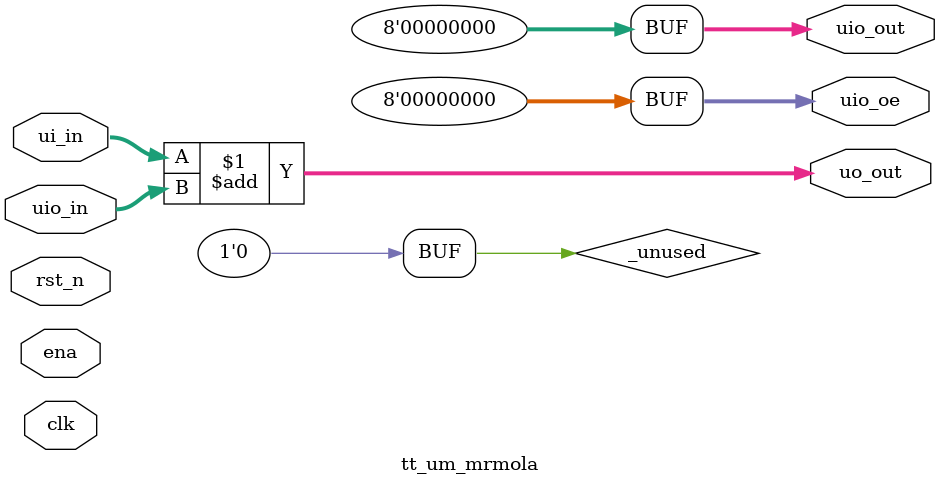
<source format=v>
/*
 * Copyright (c) 2024 Your Name
 * SPDX-License-Identifier: Apache-2.0
 */

`default_nettype none

module tt_um_mrmola (
    input  wire [7:0] ui_in,    // Dedicated inputs
    output wire [7:0] uo_out,   // Dedicated outputs
    input  wire [7:0] uio_in,   // IOs: Input path
    output wire [7:0] uio_out,  // IOs: Output path
    output wire [7:0] uio_oe,   // IOs: Enable path (active high: 0=input, 1=output)
    input  wire       ena,      // always 1 when the design is powered, so you can ignore it
    input  wire       clk,      // clock
    input  wire       rst_n     // reset_n - low to reset
);

  // All output pins must be assigned. If not used, assign to 0.
  assign uo_out  = ui_in + uio_in;  // Example: ou_out is the sum of ui_in and uio_in
  assign uio_out = 0;
  assign uio_oe  = 0;

  // List all unused inputs to prevent warnings
  wire _unused = &{ena, clk, rst_n, 1'b0};

endmodule

</source>
